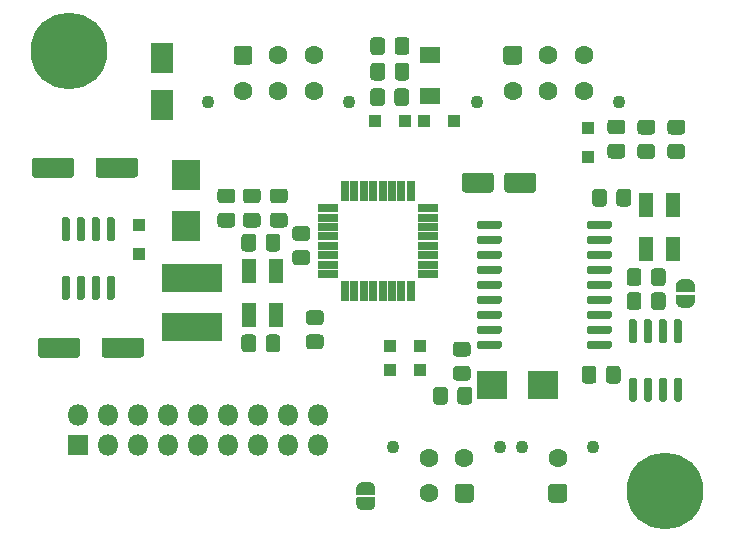
<source format=gbr>
%TF.GenerationSoftware,KiCad,Pcbnew,(5.1.6-0-10_14)*%
%TF.CreationDate,2021-03-12T18:27:13+01:00*%
%TF.ProjectId,CAN_Display,43414e5f-4469-4737-906c-61792e6b6963,rev?*%
%TF.SameCoordinates,Original*%
%TF.FileFunction,Soldermask,Top*%
%TF.FilePolarity,Negative*%
%FSLAX46Y46*%
G04 Gerber Fmt 4.6, Leading zero omitted, Abs format (unit mm)*
G04 Created by KiCad (PCBNEW (5.1.6-0-10_14)) date 2021-03-12 18:27:13*
%MOMM*%
%LPD*%
G01*
G04 APERTURE LIST*
%ADD10R,2.600000X2.400000*%
%ADD11R,1.900000X2.600000*%
%ADD12O,1.800000X1.800000*%
%ADD13R,1.800000X1.800000*%
%ADD14C,1.600000*%
%ADD15C,1.100000*%
%ADD16R,1.100000X1.100000*%
%ADD17R,1.200000X2.000000*%
%ADD18C,0.100000*%
%ADD19R,1.800000X1.400000*%
%ADD20R,5.200000X2.450000*%
%ADD21R,2.400000X2.600000*%
%ADD22C,0.900000*%
%ADD23C,6.500000*%
%ADD24R,0.650000X1.700000*%
%ADD25R,1.700000X0.650000*%
G04 APERTURE END LIST*
%TO.C,U2*%
G36*
G01*
X167494000Y-105616000D02*
X167494000Y-105966000D01*
G75*
G02*
X167319000Y-106141000I-175000J0D01*
G01*
X165519000Y-106141000D01*
G75*
G02*
X165344000Y-105966000I0J175000D01*
G01*
X165344000Y-105616000D01*
G75*
G02*
X165519000Y-105441000I175000J0D01*
G01*
X167319000Y-105441000D01*
G75*
G02*
X167494000Y-105616000I0J-175000D01*
G01*
G37*
G36*
G01*
X167494000Y-104346000D02*
X167494000Y-104696000D01*
G75*
G02*
X167319000Y-104871000I-175000J0D01*
G01*
X165519000Y-104871000D01*
G75*
G02*
X165344000Y-104696000I0J175000D01*
G01*
X165344000Y-104346000D01*
G75*
G02*
X165519000Y-104171000I175000J0D01*
G01*
X167319000Y-104171000D01*
G75*
G02*
X167494000Y-104346000I0J-175000D01*
G01*
G37*
G36*
G01*
X167494000Y-103076000D02*
X167494000Y-103426000D01*
G75*
G02*
X167319000Y-103601000I-175000J0D01*
G01*
X165519000Y-103601000D01*
G75*
G02*
X165344000Y-103426000I0J175000D01*
G01*
X165344000Y-103076000D01*
G75*
G02*
X165519000Y-102901000I175000J0D01*
G01*
X167319000Y-102901000D01*
G75*
G02*
X167494000Y-103076000I0J-175000D01*
G01*
G37*
G36*
G01*
X167494000Y-101806000D02*
X167494000Y-102156000D01*
G75*
G02*
X167319000Y-102331000I-175000J0D01*
G01*
X165519000Y-102331000D01*
G75*
G02*
X165344000Y-102156000I0J175000D01*
G01*
X165344000Y-101806000D01*
G75*
G02*
X165519000Y-101631000I175000J0D01*
G01*
X167319000Y-101631000D01*
G75*
G02*
X167494000Y-101806000I0J-175000D01*
G01*
G37*
G36*
G01*
X167494000Y-100536000D02*
X167494000Y-100886000D01*
G75*
G02*
X167319000Y-101061000I-175000J0D01*
G01*
X165519000Y-101061000D01*
G75*
G02*
X165344000Y-100886000I0J175000D01*
G01*
X165344000Y-100536000D01*
G75*
G02*
X165519000Y-100361000I175000J0D01*
G01*
X167319000Y-100361000D01*
G75*
G02*
X167494000Y-100536000I0J-175000D01*
G01*
G37*
G36*
G01*
X167494000Y-99266000D02*
X167494000Y-99616000D01*
G75*
G02*
X167319000Y-99791000I-175000J0D01*
G01*
X165519000Y-99791000D01*
G75*
G02*
X165344000Y-99616000I0J175000D01*
G01*
X165344000Y-99266000D01*
G75*
G02*
X165519000Y-99091000I175000J0D01*
G01*
X167319000Y-99091000D01*
G75*
G02*
X167494000Y-99266000I0J-175000D01*
G01*
G37*
G36*
G01*
X167494000Y-97996000D02*
X167494000Y-98346000D01*
G75*
G02*
X167319000Y-98521000I-175000J0D01*
G01*
X165519000Y-98521000D01*
G75*
G02*
X165344000Y-98346000I0J175000D01*
G01*
X165344000Y-97996000D01*
G75*
G02*
X165519000Y-97821000I175000J0D01*
G01*
X167319000Y-97821000D01*
G75*
G02*
X167494000Y-97996000I0J-175000D01*
G01*
G37*
G36*
G01*
X167494000Y-96726000D02*
X167494000Y-97076000D01*
G75*
G02*
X167319000Y-97251000I-175000J0D01*
G01*
X165519000Y-97251000D01*
G75*
G02*
X165344000Y-97076000I0J175000D01*
G01*
X165344000Y-96726000D01*
G75*
G02*
X165519000Y-96551000I175000J0D01*
G01*
X167319000Y-96551000D01*
G75*
G02*
X167494000Y-96726000I0J-175000D01*
G01*
G37*
G36*
G01*
X167494000Y-95456000D02*
X167494000Y-95806000D01*
G75*
G02*
X167319000Y-95981000I-175000J0D01*
G01*
X165519000Y-95981000D01*
G75*
G02*
X165344000Y-95806000I0J175000D01*
G01*
X165344000Y-95456000D01*
G75*
G02*
X165519000Y-95281000I175000J0D01*
G01*
X167319000Y-95281000D01*
G75*
G02*
X167494000Y-95456000I0J-175000D01*
G01*
G37*
G36*
G01*
X176794000Y-95456000D02*
X176794000Y-95806000D01*
G75*
G02*
X176619000Y-95981000I-175000J0D01*
G01*
X174819000Y-95981000D01*
G75*
G02*
X174644000Y-95806000I0J175000D01*
G01*
X174644000Y-95456000D01*
G75*
G02*
X174819000Y-95281000I175000J0D01*
G01*
X176619000Y-95281000D01*
G75*
G02*
X176794000Y-95456000I0J-175000D01*
G01*
G37*
G36*
G01*
X176794000Y-96726000D02*
X176794000Y-97076000D01*
G75*
G02*
X176619000Y-97251000I-175000J0D01*
G01*
X174819000Y-97251000D01*
G75*
G02*
X174644000Y-97076000I0J175000D01*
G01*
X174644000Y-96726000D01*
G75*
G02*
X174819000Y-96551000I175000J0D01*
G01*
X176619000Y-96551000D01*
G75*
G02*
X176794000Y-96726000I0J-175000D01*
G01*
G37*
G36*
G01*
X176794000Y-97996000D02*
X176794000Y-98346000D01*
G75*
G02*
X176619000Y-98521000I-175000J0D01*
G01*
X174819000Y-98521000D01*
G75*
G02*
X174644000Y-98346000I0J175000D01*
G01*
X174644000Y-97996000D01*
G75*
G02*
X174819000Y-97821000I175000J0D01*
G01*
X176619000Y-97821000D01*
G75*
G02*
X176794000Y-97996000I0J-175000D01*
G01*
G37*
G36*
G01*
X176794000Y-99266000D02*
X176794000Y-99616000D01*
G75*
G02*
X176619000Y-99791000I-175000J0D01*
G01*
X174819000Y-99791000D01*
G75*
G02*
X174644000Y-99616000I0J175000D01*
G01*
X174644000Y-99266000D01*
G75*
G02*
X174819000Y-99091000I175000J0D01*
G01*
X176619000Y-99091000D01*
G75*
G02*
X176794000Y-99266000I0J-175000D01*
G01*
G37*
G36*
G01*
X176794000Y-100536000D02*
X176794000Y-100886000D01*
G75*
G02*
X176619000Y-101061000I-175000J0D01*
G01*
X174819000Y-101061000D01*
G75*
G02*
X174644000Y-100886000I0J175000D01*
G01*
X174644000Y-100536000D01*
G75*
G02*
X174819000Y-100361000I175000J0D01*
G01*
X176619000Y-100361000D01*
G75*
G02*
X176794000Y-100536000I0J-175000D01*
G01*
G37*
G36*
G01*
X176794000Y-101806000D02*
X176794000Y-102156000D01*
G75*
G02*
X176619000Y-102331000I-175000J0D01*
G01*
X174819000Y-102331000D01*
G75*
G02*
X174644000Y-102156000I0J175000D01*
G01*
X174644000Y-101806000D01*
G75*
G02*
X174819000Y-101631000I175000J0D01*
G01*
X176619000Y-101631000D01*
G75*
G02*
X176794000Y-101806000I0J-175000D01*
G01*
G37*
G36*
G01*
X176794000Y-103076000D02*
X176794000Y-103426000D01*
G75*
G02*
X176619000Y-103601000I-175000J0D01*
G01*
X174819000Y-103601000D01*
G75*
G02*
X174644000Y-103426000I0J175000D01*
G01*
X174644000Y-103076000D01*
G75*
G02*
X174819000Y-102901000I175000J0D01*
G01*
X176619000Y-102901000D01*
G75*
G02*
X176794000Y-103076000I0J-175000D01*
G01*
G37*
G36*
G01*
X176794000Y-104346000D02*
X176794000Y-104696000D01*
G75*
G02*
X176619000Y-104871000I-175000J0D01*
G01*
X174819000Y-104871000D01*
G75*
G02*
X174644000Y-104696000I0J175000D01*
G01*
X174644000Y-104346000D01*
G75*
G02*
X174819000Y-104171000I175000J0D01*
G01*
X176619000Y-104171000D01*
G75*
G02*
X176794000Y-104346000I0J-175000D01*
G01*
G37*
G36*
G01*
X176794000Y-105616000D02*
X176794000Y-105966000D01*
G75*
G02*
X176619000Y-106141000I-175000J0D01*
G01*
X174819000Y-106141000D01*
G75*
G02*
X174644000Y-105966000I0J175000D01*
G01*
X174644000Y-105616000D01*
G75*
G02*
X174819000Y-105441000I175000J0D01*
G01*
X176619000Y-105441000D01*
G75*
G02*
X176794000Y-105616000I0J-175000D01*
G01*
G37*
%TD*%
D10*
%TO.C,D10*%
X166642000Y-109220000D03*
X170942000Y-109220000D03*
%TD*%
D11*
%TO.C,D4*%
X138684000Y-81534000D03*
X138684000Y-85534000D03*
%TD*%
D12*
%TO.C,J1*%
X151892000Y-111760000D03*
X151892000Y-114300000D03*
X149352000Y-111760000D03*
X149352000Y-114300000D03*
X146812000Y-111760000D03*
X146812000Y-114300000D03*
X144272000Y-111760000D03*
X144272000Y-114300000D03*
X141732000Y-111760000D03*
X141732000Y-114300000D03*
X139192000Y-111760000D03*
X139192000Y-114300000D03*
X136652000Y-111760000D03*
X136652000Y-114300000D03*
X134112000Y-111760000D03*
X134112000Y-114300000D03*
X131572000Y-111760000D03*
D13*
X131572000Y-114300000D03*
%TD*%
D14*
%TO.C,J2*%
X174402000Y-84280000D03*
X171402000Y-84280000D03*
X168402000Y-84280000D03*
X174402000Y-81280000D03*
X171402000Y-81280000D03*
G36*
G01*
X167602000Y-81813333D02*
X167602000Y-80746667D01*
G75*
G02*
X167868667Y-80480000I266667J0D01*
G01*
X168935333Y-80480000D01*
G75*
G02*
X169202000Y-80746667I0J-266667D01*
G01*
X169202000Y-81813333D01*
G75*
G02*
X168935333Y-82080000I-266667J0D01*
G01*
X167868667Y-82080000D01*
G75*
G02*
X167602000Y-81813333I0J266667D01*
G01*
G37*
D15*
X177402000Y-85220000D03*
X165402000Y-85220000D03*
%TD*%
D14*
%TO.C,J5*%
X172212000Y-115364000D03*
G36*
G01*
X173012000Y-117830667D02*
X173012000Y-118897333D01*
G75*
G02*
X172745333Y-119164000I-266667J0D01*
G01*
X171678667Y-119164000D01*
G75*
G02*
X171412000Y-118897333I0J266667D01*
G01*
X171412000Y-117830667D01*
G75*
G02*
X171678667Y-117564000I266667J0D01*
G01*
X172745333Y-117564000D01*
G75*
G02*
X173012000Y-117830667I0J-266667D01*
G01*
G37*
D15*
X169212000Y-114424000D03*
X175212000Y-114424000D03*
%TD*%
D16*
%TO.C,D9*%
X160528000Y-107950000D03*
X158028000Y-107950000D03*
%TD*%
%TO.C,D8*%
X160528000Y-105918000D03*
X158028000Y-105918000D03*
%TD*%
%TO.C,D7*%
X156758000Y-86868000D03*
X159258000Y-86868000D03*
%TD*%
%TO.C,D5*%
X160909000Y-86868000D03*
X163409000Y-86868000D03*
%TD*%
%TO.C,D3*%
X174752000Y-89916000D03*
X174752000Y-87416000D03*
%TD*%
%TO.C,D2*%
X136779000Y-95631000D03*
X136779000Y-98131000D03*
%TD*%
D17*
%TO.C,Y2*%
X181991000Y-93980000D03*
X181991000Y-97680000D03*
X179691000Y-97680000D03*
X179691000Y-93980000D03*
%TD*%
%TO.C,Y1*%
X148336000Y-99568000D03*
X148336000Y-103268000D03*
X146036000Y-103268000D03*
X146036000Y-99568000D03*
%TD*%
D18*
%TO.C,JP2*%
G36*
X156755398Y-119274111D02*
G01*
X156755398Y-119292534D01*
X156755157Y-119297435D01*
X156750347Y-119346266D01*
X156749627Y-119351119D01*
X156740055Y-119399244D01*
X156738863Y-119404005D01*
X156724619Y-119450960D01*
X156722966Y-119455579D01*
X156704189Y-119500912D01*
X156702091Y-119505349D01*
X156678960Y-119548622D01*
X156676438Y-119552829D01*
X156649178Y-119593628D01*
X156646254Y-119597570D01*
X156615126Y-119635499D01*
X156611831Y-119639134D01*
X156577134Y-119673831D01*
X156573499Y-119677126D01*
X156535570Y-119708254D01*
X156531628Y-119711178D01*
X156490829Y-119738438D01*
X156486622Y-119740960D01*
X156443349Y-119764091D01*
X156438912Y-119766189D01*
X156393579Y-119784966D01*
X156388960Y-119786619D01*
X156342005Y-119800863D01*
X156337244Y-119802055D01*
X156289119Y-119811627D01*
X156284266Y-119812347D01*
X156235435Y-119817157D01*
X156230534Y-119817398D01*
X156212111Y-119817398D01*
X156206000Y-119818000D01*
X155706000Y-119818000D01*
X155699889Y-119817398D01*
X155681466Y-119817398D01*
X155676565Y-119817157D01*
X155627734Y-119812347D01*
X155622881Y-119811627D01*
X155574756Y-119802055D01*
X155569995Y-119800863D01*
X155523040Y-119786619D01*
X155518421Y-119784966D01*
X155473088Y-119766189D01*
X155468651Y-119764091D01*
X155425378Y-119740960D01*
X155421171Y-119738438D01*
X155380372Y-119711178D01*
X155376430Y-119708254D01*
X155338501Y-119677126D01*
X155334866Y-119673831D01*
X155300169Y-119639134D01*
X155296874Y-119635499D01*
X155265746Y-119597570D01*
X155262822Y-119593628D01*
X155235562Y-119552829D01*
X155233040Y-119548622D01*
X155209909Y-119505349D01*
X155207811Y-119500912D01*
X155189034Y-119455579D01*
X155187381Y-119450960D01*
X155173137Y-119404005D01*
X155171945Y-119399244D01*
X155162373Y-119351119D01*
X155161653Y-119346266D01*
X155156843Y-119297435D01*
X155156602Y-119292534D01*
X155156602Y-119274111D01*
X155156000Y-119268000D01*
X155156000Y-118768000D01*
X155156961Y-118758245D01*
X155159806Y-118748866D01*
X155164427Y-118740221D01*
X155170645Y-118732645D01*
X155178221Y-118726427D01*
X155186866Y-118721806D01*
X155196245Y-118718961D01*
X155206000Y-118718000D01*
X156706000Y-118718000D01*
X156715755Y-118718961D01*
X156725134Y-118721806D01*
X156733779Y-118726427D01*
X156741355Y-118732645D01*
X156747573Y-118740221D01*
X156752194Y-118748866D01*
X156755039Y-118758245D01*
X156756000Y-118768000D01*
X156756000Y-119268000D01*
X156755398Y-119274111D01*
G37*
G36*
X156755039Y-118477755D02*
G01*
X156752194Y-118487134D01*
X156747573Y-118495779D01*
X156741355Y-118503355D01*
X156733779Y-118509573D01*
X156725134Y-118514194D01*
X156715755Y-118517039D01*
X156706000Y-118518000D01*
X155206000Y-118518000D01*
X155196245Y-118517039D01*
X155186866Y-118514194D01*
X155178221Y-118509573D01*
X155170645Y-118503355D01*
X155164427Y-118495779D01*
X155159806Y-118487134D01*
X155156961Y-118477755D01*
X155156000Y-118468000D01*
X155156000Y-117968000D01*
X155156602Y-117961889D01*
X155156602Y-117943466D01*
X155156843Y-117938565D01*
X155161653Y-117889734D01*
X155162373Y-117884881D01*
X155171945Y-117836756D01*
X155173137Y-117831995D01*
X155187381Y-117785040D01*
X155189034Y-117780421D01*
X155207811Y-117735088D01*
X155209909Y-117730651D01*
X155233040Y-117687378D01*
X155235562Y-117683171D01*
X155262822Y-117642372D01*
X155265746Y-117638430D01*
X155296874Y-117600501D01*
X155300169Y-117596866D01*
X155334866Y-117562169D01*
X155338501Y-117558874D01*
X155376430Y-117527746D01*
X155380372Y-117524822D01*
X155421171Y-117497562D01*
X155425378Y-117495040D01*
X155468651Y-117471909D01*
X155473088Y-117469811D01*
X155518421Y-117451034D01*
X155523040Y-117449381D01*
X155569995Y-117435137D01*
X155574756Y-117433945D01*
X155622881Y-117424373D01*
X155627734Y-117423653D01*
X155676565Y-117418843D01*
X155681466Y-117418602D01*
X155699889Y-117418602D01*
X155706000Y-117418000D01*
X156206000Y-117418000D01*
X156212111Y-117418602D01*
X156230534Y-117418602D01*
X156235435Y-117418843D01*
X156284266Y-117423653D01*
X156289119Y-117424373D01*
X156337244Y-117433945D01*
X156342005Y-117435137D01*
X156388960Y-117449381D01*
X156393579Y-117451034D01*
X156438912Y-117469811D01*
X156443349Y-117471909D01*
X156486622Y-117495040D01*
X156490829Y-117497562D01*
X156531628Y-117524822D01*
X156535570Y-117527746D01*
X156573499Y-117558874D01*
X156577134Y-117562169D01*
X156611831Y-117596866D01*
X156615126Y-117600501D01*
X156646254Y-117638430D01*
X156649178Y-117642372D01*
X156676438Y-117683171D01*
X156678960Y-117687378D01*
X156702091Y-117730651D01*
X156704189Y-117735088D01*
X156722966Y-117780421D01*
X156724619Y-117785040D01*
X156738863Y-117831995D01*
X156740055Y-117836756D01*
X156749627Y-117884881D01*
X156750347Y-117889734D01*
X156755157Y-117938565D01*
X156755398Y-117943466D01*
X156755398Y-117961889D01*
X156756000Y-117968000D01*
X156756000Y-118468000D01*
X156755039Y-118477755D01*
G37*
%TD*%
D14*
%TO.C,J4*%
X151559000Y-84280000D03*
X148559000Y-84280000D03*
X145559000Y-84280000D03*
X151559000Y-81280000D03*
X148559000Y-81280000D03*
G36*
G01*
X144759000Y-81813333D02*
X144759000Y-80746667D01*
G75*
G02*
X145025667Y-80480000I266667J0D01*
G01*
X146092333Y-80480000D01*
G75*
G02*
X146359000Y-80746667I0J-266667D01*
G01*
X146359000Y-81813333D01*
G75*
G02*
X146092333Y-82080000I-266667J0D01*
G01*
X145025667Y-82080000D01*
G75*
G02*
X144759000Y-81813333I0J266667D01*
G01*
G37*
D15*
X154559000Y-85220000D03*
X142559000Y-85220000D03*
%TD*%
%TO.C,R8*%
G36*
G01*
X157597000Y-82198738D02*
X157597000Y-83155262D01*
G75*
G02*
X157325262Y-83427000I-271738J0D01*
G01*
X156618738Y-83427000D01*
G75*
G02*
X156347000Y-83155262I0J271738D01*
G01*
X156347000Y-82198738D01*
G75*
G02*
X156618738Y-81927000I271738J0D01*
G01*
X157325262Y-81927000D01*
G75*
G02*
X157597000Y-82198738I0J-271738D01*
G01*
G37*
G36*
G01*
X159647000Y-82198738D02*
X159647000Y-83155262D01*
G75*
G02*
X159375262Y-83427000I-271738J0D01*
G01*
X158668738Y-83427000D01*
G75*
G02*
X158397000Y-83155262I0J271738D01*
G01*
X158397000Y-82198738D01*
G75*
G02*
X158668738Y-81927000I271738J0D01*
G01*
X159375262Y-81927000D01*
G75*
G02*
X159647000Y-82198738I0J-271738D01*
G01*
G37*
%TD*%
%TO.C,R7*%
G36*
G01*
X157597000Y-80039738D02*
X157597000Y-80996262D01*
G75*
G02*
X157325262Y-81268000I-271738J0D01*
G01*
X156618738Y-81268000D01*
G75*
G02*
X156347000Y-80996262I0J271738D01*
G01*
X156347000Y-80039738D01*
G75*
G02*
X156618738Y-79768000I271738J0D01*
G01*
X157325262Y-79768000D01*
G75*
G02*
X157597000Y-80039738I0J-271738D01*
G01*
G37*
G36*
G01*
X159647000Y-80039738D02*
X159647000Y-80996262D01*
G75*
G02*
X159375262Y-81268000I-271738J0D01*
G01*
X158668738Y-81268000D01*
G75*
G02*
X158397000Y-80996262I0J271738D01*
G01*
X158397000Y-80039738D01*
G75*
G02*
X158668738Y-79768000I271738J0D01*
G01*
X159375262Y-79768000D01*
G75*
G02*
X159647000Y-80039738I0J-271738D01*
G01*
G37*
%TD*%
D19*
%TO.C,D6*%
X161417000Y-81280000D03*
X161417000Y-84780000D03*
%TD*%
%TO.C,C15*%
G36*
G01*
X167687000Y-92659375D02*
X167687000Y-91490625D01*
G75*
G02*
X167952625Y-91225000I265625J0D01*
G01*
X170121375Y-91225000D01*
G75*
G02*
X170387000Y-91490625I0J-265625D01*
G01*
X170387000Y-92659375D01*
G75*
G02*
X170121375Y-92925000I-265625J0D01*
G01*
X167952625Y-92925000D01*
G75*
G02*
X167687000Y-92659375I0J265625D01*
G01*
G37*
G36*
G01*
X164087000Y-92659375D02*
X164087000Y-91490625D01*
G75*
G02*
X164352625Y-91225000I265625J0D01*
G01*
X166521375Y-91225000D01*
G75*
G02*
X166787000Y-91490625I0J-265625D01*
G01*
X166787000Y-92659375D01*
G75*
G02*
X166521375Y-92925000I-265625J0D01*
G01*
X164352625Y-92925000D01*
G75*
G02*
X164087000Y-92659375I0J265625D01*
G01*
G37*
%TD*%
%TO.C,C13*%
G36*
G01*
X157579000Y-84357738D02*
X157579000Y-85314262D01*
G75*
G02*
X157307262Y-85586000I-271738J0D01*
G01*
X156600738Y-85586000D01*
G75*
G02*
X156329000Y-85314262I0J271738D01*
G01*
X156329000Y-84357738D01*
G75*
G02*
X156600738Y-84086000I271738J0D01*
G01*
X157307262Y-84086000D01*
G75*
G02*
X157579000Y-84357738I0J-271738D01*
G01*
G37*
G36*
G01*
X159629000Y-84357738D02*
X159629000Y-85314262D01*
G75*
G02*
X159357262Y-85586000I-271738J0D01*
G01*
X158650738Y-85586000D01*
G75*
G02*
X158379000Y-85314262I0J271738D01*
G01*
X158379000Y-84357738D01*
G75*
G02*
X158650738Y-84086000I271738J0D01*
G01*
X159357262Y-84086000D01*
G75*
G02*
X159629000Y-84357738I0J-271738D01*
G01*
G37*
%TD*%
%TO.C,U4*%
G36*
G01*
X134191000Y-99940000D02*
X134541000Y-99940000D01*
G75*
G02*
X134716000Y-100115000I0J-175000D01*
G01*
X134716000Y-101815000D01*
G75*
G02*
X134541000Y-101990000I-175000J0D01*
G01*
X134191000Y-101990000D01*
G75*
G02*
X134016000Y-101815000I0J175000D01*
G01*
X134016000Y-100115000D01*
G75*
G02*
X134191000Y-99940000I175000J0D01*
G01*
G37*
G36*
G01*
X132921000Y-99940000D02*
X133271000Y-99940000D01*
G75*
G02*
X133446000Y-100115000I0J-175000D01*
G01*
X133446000Y-101815000D01*
G75*
G02*
X133271000Y-101990000I-175000J0D01*
G01*
X132921000Y-101990000D01*
G75*
G02*
X132746000Y-101815000I0J175000D01*
G01*
X132746000Y-100115000D01*
G75*
G02*
X132921000Y-99940000I175000J0D01*
G01*
G37*
G36*
G01*
X131651000Y-99940000D02*
X132001000Y-99940000D01*
G75*
G02*
X132176000Y-100115000I0J-175000D01*
G01*
X132176000Y-101815000D01*
G75*
G02*
X132001000Y-101990000I-175000J0D01*
G01*
X131651000Y-101990000D01*
G75*
G02*
X131476000Y-101815000I0J175000D01*
G01*
X131476000Y-100115000D01*
G75*
G02*
X131651000Y-99940000I175000J0D01*
G01*
G37*
G36*
G01*
X130381000Y-99940000D02*
X130731000Y-99940000D01*
G75*
G02*
X130906000Y-100115000I0J-175000D01*
G01*
X130906000Y-101815000D01*
G75*
G02*
X130731000Y-101990000I-175000J0D01*
G01*
X130381000Y-101990000D01*
G75*
G02*
X130206000Y-101815000I0J175000D01*
G01*
X130206000Y-100115000D01*
G75*
G02*
X130381000Y-99940000I175000J0D01*
G01*
G37*
G36*
G01*
X130381000Y-94990000D02*
X130731000Y-94990000D01*
G75*
G02*
X130906000Y-95165000I0J-175000D01*
G01*
X130906000Y-96865000D01*
G75*
G02*
X130731000Y-97040000I-175000J0D01*
G01*
X130381000Y-97040000D01*
G75*
G02*
X130206000Y-96865000I0J175000D01*
G01*
X130206000Y-95165000D01*
G75*
G02*
X130381000Y-94990000I175000J0D01*
G01*
G37*
G36*
G01*
X131651000Y-94990000D02*
X132001000Y-94990000D01*
G75*
G02*
X132176000Y-95165000I0J-175000D01*
G01*
X132176000Y-96865000D01*
G75*
G02*
X132001000Y-97040000I-175000J0D01*
G01*
X131651000Y-97040000D01*
G75*
G02*
X131476000Y-96865000I0J175000D01*
G01*
X131476000Y-95165000D01*
G75*
G02*
X131651000Y-94990000I175000J0D01*
G01*
G37*
G36*
G01*
X132921000Y-94990000D02*
X133271000Y-94990000D01*
G75*
G02*
X133446000Y-95165000I0J-175000D01*
G01*
X133446000Y-96865000D01*
G75*
G02*
X133271000Y-97040000I-175000J0D01*
G01*
X132921000Y-97040000D01*
G75*
G02*
X132746000Y-96865000I0J175000D01*
G01*
X132746000Y-95165000D01*
G75*
G02*
X132921000Y-94990000I175000J0D01*
G01*
G37*
G36*
G01*
X134191000Y-94990000D02*
X134541000Y-94990000D01*
G75*
G02*
X134716000Y-95165000I0J-175000D01*
G01*
X134716000Y-96865000D01*
G75*
G02*
X134541000Y-97040000I-175000J0D01*
G01*
X134191000Y-97040000D01*
G75*
G02*
X134016000Y-96865000I0J175000D01*
G01*
X134016000Y-95165000D01*
G75*
G02*
X134191000Y-94990000I175000J0D01*
G01*
G37*
%TD*%
D20*
%TO.C,L1*%
X141224000Y-104267000D03*
X141224000Y-100117000D03*
%TD*%
D21*
%TO.C,D1*%
X140716000Y-95758000D03*
X140716000Y-91458000D03*
%TD*%
%TO.C,C10*%
G36*
G01*
X131782000Y-105460625D02*
X131782000Y-106629375D01*
G75*
G02*
X131516375Y-106895000I-265625J0D01*
G01*
X128447625Y-106895000D01*
G75*
G02*
X128182000Y-106629375I0J265625D01*
G01*
X128182000Y-105460625D01*
G75*
G02*
X128447625Y-105195000I265625J0D01*
G01*
X131516375Y-105195000D01*
G75*
G02*
X131782000Y-105460625I0J-265625D01*
G01*
G37*
G36*
G01*
X137182000Y-105460625D02*
X137182000Y-106629375D01*
G75*
G02*
X136916375Y-106895000I-265625J0D01*
G01*
X133847625Y-106895000D01*
G75*
G02*
X133582000Y-106629375I0J265625D01*
G01*
X133582000Y-105460625D01*
G75*
G02*
X133847625Y-105195000I265625J0D01*
G01*
X136916375Y-105195000D01*
G75*
G02*
X137182000Y-105460625I0J-265625D01*
G01*
G37*
%TD*%
%TO.C,C9*%
G36*
G01*
X131274000Y-90220625D02*
X131274000Y-91389375D01*
G75*
G02*
X131008375Y-91655000I-265625J0D01*
G01*
X127939625Y-91655000D01*
G75*
G02*
X127674000Y-91389375I0J265625D01*
G01*
X127674000Y-90220625D01*
G75*
G02*
X127939625Y-89955000I265625J0D01*
G01*
X131008375Y-89955000D01*
G75*
G02*
X131274000Y-90220625I0J-265625D01*
G01*
G37*
G36*
G01*
X136674000Y-90220625D02*
X136674000Y-91389375D01*
G75*
G02*
X136408375Y-91655000I-265625J0D01*
G01*
X133339625Y-91655000D01*
G75*
G02*
X133074000Y-91389375I0J265625D01*
G01*
X133074000Y-90220625D01*
G75*
G02*
X133339625Y-89955000I265625J0D01*
G01*
X136408375Y-89955000D01*
G75*
G02*
X136674000Y-90220625I0J-265625D01*
G01*
G37*
%TD*%
%TO.C,C12*%
G36*
G01*
X176686738Y-88783000D02*
X177643262Y-88783000D01*
G75*
G02*
X177915000Y-89054738I0J-271738D01*
G01*
X177915000Y-89761262D01*
G75*
G02*
X177643262Y-90033000I-271738J0D01*
G01*
X176686738Y-90033000D01*
G75*
G02*
X176415000Y-89761262I0J271738D01*
G01*
X176415000Y-89054738D01*
G75*
G02*
X176686738Y-88783000I271738J0D01*
G01*
G37*
G36*
G01*
X176686738Y-86733000D02*
X177643262Y-86733000D01*
G75*
G02*
X177915000Y-87004738I0J-271738D01*
G01*
X177915000Y-87711262D01*
G75*
G02*
X177643262Y-87983000I-271738J0D01*
G01*
X176686738Y-87983000D01*
G75*
G02*
X176415000Y-87711262I0J271738D01*
G01*
X176415000Y-87004738D01*
G75*
G02*
X176686738Y-86733000I271738J0D01*
G01*
G37*
%TD*%
%TO.C,R6*%
G36*
G01*
X143666738Y-94625000D02*
X144623262Y-94625000D01*
G75*
G02*
X144895000Y-94896738I0J-271738D01*
G01*
X144895000Y-95603262D01*
G75*
G02*
X144623262Y-95875000I-271738J0D01*
G01*
X143666738Y-95875000D01*
G75*
G02*
X143395000Y-95603262I0J271738D01*
G01*
X143395000Y-94896738D01*
G75*
G02*
X143666738Y-94625000I271738J0D01*
G01*
G37*
G36*
G01*
X143666738Y-92575000D02*
X144623262Y-92575000D01*
G75*
G02*
X144895000Y-92846738I0J-271738D01*
G01*
X144895000Y-93553262D01*
G75*
G02*
X144623262Y-93825000I-271738J0D01*
G01*
X143666738Y-93825000D01*
G75*
G02*
X143395000Y-93553262I0J271738D01*
G01*
X143395000Y-92846738D01*
G75*
G02*
X143666738Y-92575000I271738J0D01*
G01*
G37*
%TD*%
%TO.C,R5*%
G36*
G01*
X148111738Y-94625000D02*
X149068262Y-94625000D01*
G75*
G02*
X149340000Y-94896738I0J-271738D01*
G01*
X149340000Y-95603262D01*
G75*
G02*
X149068262Y-95875000I-271738J0D01*
G01*
X148111738Y-95875000D01*
G75*
G02*
X147840000Y-95603262I0J271738D01*
G01*
X147840000Y-94896738D01*
G75*
G02*
X148111738Y-94625000I271738J0D01*
G01*
G37*
G36*
G01*
X148111738Y-92575000D02*
X149068262Y-92575000D01*
G75*
G02*
X149340000Y-92846738I0J-271738D01*
G01*
X149340000Y-93553262D01*
G75*
G02*
X149068262Y-93825000I-271738J0D01*
G01*
X148111738Y-93825000D01*
G75*
G02*
X147840000Y-93553262I0J271738D01*
G01*
X147840000Y-92846738D01*
G75*
G02*
X148111738Y-92575000I271738J0D01*
G01*
G37*
%TD*%
%TO.C,C11*%
G36*
G01*
X146782262Y-93825000D02*
X145825738Y-93825000D01*
G75*
G02*
X145554000Y-93553262I0J271738D01*
G01*
X145554000Y-92846738D01*
G75*
G02*
X145825738Y-92575000I271738J0D01*
G01*
X146782262Y-92575000D01*
G75*
G02*
X147054000Y-92846738I0J-271738D01*
G01*
X147054000Y-93553262D01*
G75*
G02*
X146782262Y-93825000I-271738J0D01*
G01*
G37*
G36*
G01*
X146782262Y-95875000D02*
X145825738Y-95875000D01*
G75*
G02*
X145554000Y-95603262I0J271738D01*
G01*
X145554000Y-94896738D01*
G75*
G02*
X145825738Y-94625000I271738J0D01*
G01*
X146782262Y-94625000D01*
G75*
G02*
X147054000Y-94896738I0J-271738D01*
G01*
X147054000Y-95603262D01*
G75*
G02*
X146782262Y-95875000I-271738J0D01*
G01*
G37*
%TD*%
D22*
%TO.C,H2*%
X182972112Y-116459000D03*
X181275056Y-115756056D03*
X179578000Y-116459000D03*
X178875056Y-118156056D03*
X179578000Y-119853112D03*
X181275056Y-120556056D03*
X182972112Y-119853112D03*
X183675056Y-118156056D03*
D23*
X181275056Y-118156056D03*
%TD*%
D22*
%TO.C,H1*%
X132507056Y-79201944D03*
X130810000Y-78499000D03*
X129112944Y-79201944D03*
X128410000Y-80899000D03*
X129112944Y-82596056D03*
X130810000Y-83299000D03*
X132507056Y-82596056D03*
X133210000Y-80899000D03*
D23*
X130810000Y-80899000D03*
%TD*%
%TO.C,U3*%
G36*
G01*
X182197000Y-108573000D02*
X182547000Y-108573000D01*
G75*
G02*
X182722000Y-108748000I0J-175000D01*
G01*
X182722000Y-110448000D01*
G75*
G02*
X182547000Y-110623000I-175000J0D01*
G01*
X182197000Y-110623000D01*
G75*
G02*
X182022000Y-110448000I0J175000D01*
G01*
X182022000Y-108748000D01*
G75*
G02*
X182197000Y-108573000I175000J0D01*
G01*
G37*
G36*
G01*
X180927000Y-108573000D02*
X181277000Y-108573000D01*
G75*
G02*
X181452000Y-108748000I0J-175000D01*
G01*
X181452000Y-110448000D01*
G75*
G02*
X181277000Y-110623000I-175000J0D01*
G01*
X180927000Y-110623000D01*
G75*
G02*
X180752000Y-110448000I0J175000D01*
G01*
X180752000Y-108748000D01*
G75*
G02*
X180927000Y-108573000I175000J0D01*
G01*
G37*
G36*
G01*
X179657000Y-108573000D02*
X180007000Y-108573000D01*
G75*
G02*
X180182000Y-108748000I0J-175000D01*
G01*
X180182000Y-110448000D01*
G75*
G02*
X180007000Y-110623000I-175000J0D01*
G01*
X179657000Y-110623000D01*
G75*
G02*
X179482000Y-110448000I0J175000D01*
G01*
X179482000Y-108748000D01*
G75*
G02*
X179657000Y-108573000I175000J0D01*
G01*
G37*
G36*
G01*
X178387000Y-108573000D02*
X178737000Y-108573000D01*
G75*
G02*
X178912000Y-108748000I0J-175000D01*
G01*
X178912000Y-110448000D01*
G75*
G02*
X178737000Y-110623000I-175000J0D01*
G01*
X178387000Y-110623000D01*
G75*
G02*
X178212000Y-110448000I0J175000D01*
G01*
X178212000Y-108748000D01*
G75*
G02*
X178387000Y-108573000I175000J0D01*
G01*
G37*
G36*
G01*
X178387000Y-103623000D02*
X178737000Y-103623000D01*
G75*
G02*
X178912000Y-103798000I0J-175000D01*
G01*
X178912000Y-105498000D01*
G75*
G02*
X178737000Y-105673000I-175000J0D01*
G01*
X178387000Y-105673000D01*
G75*
G02*
X178212000Y-105498000I0J175000D01*
G01*
X178212000Y-103798000D01*
G75*
G02*
X178387000Y-103623000I175000J0D01*
G01*
G37*
G36*
G01*
X179657000Y-103623000D02*
X180007000Y-103623000D01*
G75*
G02*
X180182000Y-103798000I0J-175000D01*
G01*
X180182000Y-105498000D01*
G75*
G02*
X180007000Y-105673000I-175000J0D01*
G01*
X179657000Y-105673000D01*
G75*
G02*
X179482000Y-105498000I0J175000D01*
G01*
X179482000Y-103798000D01*
G75*
G02*
X179657000Y-103623000I175000J0D01*
G01*
G37*
G36*
G01*
X180927000Y-103623000D02*
X181277000Y-103623000D01*
G75*
G02*
X181452000Y-103798000I0J-175000D01*
G01*
X181452000Y-105498000D01*
G75*
G02*
X181277000Y-105673000I-175000J0D01*
G01*
X180927000Y-105673000D01*
G75*
G02*
X180752000Y-105498000I0J175000D01*
G01*
X180752000Y-103798000D01*
G75*
G02*
X180927000Y-103623000I175000J0D01*
G01*
G37*
G36*
G01*
X182197000Y-103623000D02*
X182547000Y-103623000D01*
G75*
G02*
X182722000Y-103798000I0J-175000D01*
G01*
X182722000Y-105498000D01*
G75*
G02*
X182547000Y-105673000I-175000J0D01*
G01*
X182197000Y-105673000D01*
G75*
G02*
X182022000Y-105498000I0J175000D01*
G01*
X182022000Y-103798000D01*
G75*
G02*
X182197000Y-103623000I175000J0D01*
G01*
G37*
%TD*%
%TO.C,R4*%
G36*
G01*
X163713000Y-110587262D02*
X163713000Y-109630738D01*
G75*
G02*
X163984738Y-109359000I271738J0D01*
G01*
X164691262Y-109359000D01*
G75*
G02*
X164963000Y-109630738I0J-271738D01*
G01*
X164963000Y-110587262D01*
G75*
G02*
X164691262Y-110859000I-271738J0D01*
G01*
X163984738Y-110859000D01*
G75*
G02*
X163713000Y-110587262I0J271738D01*
G01*
G37*
G36*
G01*
X161663000Y-110587262D02*
X161663000Y-109630738D01*
G75*
G02*
X161934738Y-109359000I271738J0D01*
G01*
X162641262Y-109359000D01*
G75*
G02*
X162913000Y-109630738I0J-271738D01*
G01*
X162913000Y-110587262D01*
G75*
G02*
X162641262Y-110859000I-271738J0D01*
G01*
X161934738Y-110859000D01*
G75*
G02*
X161663000Y-110587262I0J271738D01*
G01*
G37*
%TD*%
D14*
%TO.C,J3*%
X161290000Y-115364000D03*
X164290000Y-115364000D03*
X161290000Y-118364000D03*
G36*
G01*
X165090000Y-117830667D02*
X165090000Y-118897333D01*
G75*
G02*
X164823333Y-119164000I-266667J0D01*
G01*
X163756667Y-119164000D01*
G75*
G02*
X163490000Y-118897333I0J266667D01*
G01*
X163490000Y-117830667D01*
G75*
G02*
X163756667Y-117564000I266667J0D01*
G01*
X164823333Y-117564000D01*
G75*
G02*
X165090000Y-117830667I0J-266667D01*
G01*
G37*
D15*
X158290000Y-114424000D03*
X167290000Y-114424000D03*
%TD*%
%TO.C,R3*%
G36*
G01*
X151159738Y-104930000D02*
X152116262Y-104930000D01*
G75*
G02*
X152388000Y-105201738I0J-271738D01*
G01*
X152388000Y-105908262D01*
G75*
G02*
X152116262Y-106180000I-271738J0D01*
G01*
X151159738Y-106180000D01*
G75*
G02*
X150888000Y-105908262I0J271738D01*
G01*
X150888000Y-105201738D01*
G75*
G02*
X151159738Y-104930000I271738J0D01*
G01*
G37*
G36*
G01*
X151159738Y-102880000D02*
X152116262Y-102880000D01*
G75*
G02*
X152388000Y-103151738I0J-271738D01*
G01*
X152388000Y-103858262D01*
G75*
G02*
X152116262Y-104130000I-271738J0D01*
G01*
X151159738Y-104130000D01*
G75*
G02*
X150888000Y-103858262I0J271738D01*
G01*
X150888000Y-103151738D01*
G75*
G02*
X151159738Y-102880000I271738J0D01*
G01*
G37*
%TD*%
D24*
%TO.C,U1*%
X154172000Y-92778000D03*
X154972000Y-92778000D03*
X155772000Y-92778000D03*
X156572000Y-92778000D03*
X157372000Y-92778000D03*
X158172000Y-92778000D03*
X158972000Y-92778000D03*
X159772000Y-92778000D03*
D25*
X161222000Y-94228000D03*
X161222000Y-95028000D03*
X161222000Y-95828000D03*
X161222000Y-96628000D03*
X161222000Y-97428000D03*
X161222000Y-98228000D03*
X161222000Y-99028000D03*
X161222000Y-99828000D03*
D24*
X159772000Y-101278000D03*
X158972000Y-101278000D03*
X158172000Y-101278000D03*
X157372000Y-101278000D03*
X156572000Y-101278000D03*
X155772000Y-101278000D03*
X154972000Y-101278000D03*
X154172000Y-101278000D03*
D25*
X152722000Y-99828000D03*
X152722000Y-99028000D03*
X152722000Y-98228000D03*
X152722000Y-97428000D03*
X152722000Y-96628000D03*
X152722000Y-95828000D03*
X152722000Y-95028000D03*
X152722000Y-94228000D03*
%TD*%
%TO.C,C8*%
G36*
G01*
X176286000Y-108809262D02*
X176286000Y-107852738D01*
G75*
G02*
X176557738Y-107581000I271738J0D01*
G01*
X177264262Y-107581000D01*
G75*
G02*
X177536000Y-107852738I0J-271738D01*
G01*
X177536000Y-108809262D01*
G75*
G02*
X177264262Y-109081000I-271738J0D01*
G01*
X176557738Y-109081000D01*
G75*
G02*
X176286000Y-108809262I0J271738D01*
G01*
G37*
G36*
G01*
X174236000Y-108809262D02*
X174236000Y-107852738D01*
G75*
G02*
X174507738Y-107581000I271738J0D01*
G01*
X175214262Y-107581000D01*
G75*
G02*
X175486000Y-107852738I0J-271738D01*
G01*
X175486000Y-108809262D01*
G75*
G02*
X175214262Y-109081000I-271738J0D01*
G01*
X174507738Y-109081000D01*
G75*
G02*
X174236000Y-108809262I0J271738D01*
G01*
G37*
%TD*%
%TO.C,C7*%
G36*
G01*
X164562262Y-106797000D02*
X163605738Y-106797000D01*
G75*
G02*
X163334000Y-106525262I0J271738D01*
G01*
X163334000Y-105818738D01*
G75*
G02*
X163605738Y-105547000I271738J0D01*
G01*
X164562262Y-105547000D01*
G75*
G02*
X164834000Y-105818738I0J-271738D01*
G01*
X164834000Y-106525262D01*
G75*
G02*
X164562262Y-106797000I-271738J0D01*
G01*
G37*
G36*
G01*
X164562262Y-108847000D02*
X163605738Y-108847000D01*
G75*
G02*
X163334000Y-108575262I0J271738D01*
G01*
X163334000Y-107868738D01*
G75*
G02*
X163605738Y-107597000I271738J0D01*
G01*
X164562262Y-107597000D01*
G75*
G02*
X164834000Y-107868738I0J-271738D01*
G01*
X164834000Y-108575262D01*
G75*
G02*
X164562262Y-108847000I-271738J0D01*
G01*
G37*
%TD*%
%TO.C,C6*%
G36*
G01*
X150973262Y-97000000D02*
X150016738Y-97000000D01*
G75*
G02*
X149745000Y-96728262I0J271738D01*
G01*
X149745000Y-96021738D01*
G75*
G02*
X150016738Y-95750000I271738J0D01*
G01*
X150973262Y-95750000D01*
G75*
G02*
X151245000Y-96021738I0J-271738D01*
G01*
X151245000Y-96728262D01*
G75*
G02*
X150973262Y-97000000I-271738J0D01*
G01*
G37*
G36*
G01*
X150973262Y-99050000D02*
X150016738Y-99050000D01*
G75*
G02*
X149745000Y-98778262I0J271738D01*
G01*
X149745000Y-98071738D01*
G75*
G02*
X150016738Y-97800000I271738J0D01*
G01*
X150973262Y-97800000D01*
G75*
G02*
X151245000Y-98071738I0J-271738D01*
G01*
X151245000Y-98778262D01*
G75*
G02*
X150973262Y-99050000I-271738J0D01*
G01*
G37*
%TD*%
%TO.C,C5*%
G36*
G01*
X181766738Y-88801000D02*
X182723262Y-88801000D01*
G75*
G02*
X182995000Y-89072738I0J-271738D01*
G01*
X182995000Y-89779262D01*
G75*
G02*
X182723262Y-90051000I-271738J0D01*
G01*
X181766738Y-90051000D01*
G75*
G02*
X181495000Y-89779262I0J271738D01*
G01*
X181495000Y-89072738D01*
G75*
G02*
X181766738Y-88801000I271738J0D01*
G01*
G37*
G36*
G01*
X181766738Y-86751000D02*
X182723262Y-86751000D01*
G75*
G02*
X182995000Y-87022738I0J-271738D01*
G01*
X182995000Y-87729262D01*
G75*
G02*
X182723262Y-88001000I-271738J0D01*
G01*
X181766738Y-88001000D01*
G75*
G02*
X181495000Y-87729262I0J271738D01*
G01*
X181495000Y-87022738D01*
G75*
G02*
X181766738Y-86751000I271738J0D01*
G01*
G37*
%TD*%
%TO.C,R2*%
G36*
G01*
X180096000Y-102586262D02*
X180096000Y-101629738D01*
G75*
G02*
X180367738Y-101358000I271738J0D01*
G01*
X181074262Y-101358000D01*
G75*
G02*
X181346000Y-101629738I0J-271738D01*
G01*
X181346000Y-102586262D01*
G75*
G02*
X181074262Y-102858000I-271738J0D01*
G01*
X180367738Y-102858000D01*
G75*
G02*
X180096000Y-102586262I0J271738D01*
G01*
G37*
G36*
G01*
X178046000Y-102586262D02*
X178046000Y-101629738D01*
G75*
G02*
X178317738Y-101358000I271738J0D01*
G01*
X179024262Y-101358000D01*
G75*
G02*
X179296000Y-101629738I0J-271738D01*
G01*
X179296000Y-102586262D01*
G75*
G02*
X179024262Y-102858000I-271738J0D01*
G01*
X178317738Y-102858000D01*
G75*
G02*
X178046000Y-102586262I0J271738D01*
G01*
G37*
%TD*%
%TO.C,R1*%
G36*
G01*
X179226738Y-88801000D02*
X180183262Y-88801000D01*
G75*
G02*
X180455000Y-89072738I0J-271738D01*
G01*
X180455000Y-89779262D01*
G75*
G02*
X180183262Y-90051000I-271738J0D01*
G01*
X179226738Y-90051000D01*
G75*
G02*
X178955000Y-89779262I0J271738D01*
G01*
X178955000Y-89072738D01*
G75*
G02*
X179226738Y-88801000I271738J0D01*
G01*
G37*
G36*
G01*
X179226738Y-86751000D02*
X180183262Y-86751000D01*
G75*
G02*
X180455000Y-87022738I0J-271738D01*
G01*
X180455000Y-87729262D01*
G75*
G02*
X180183262Y-88001000I-271738J0D01*
G01*
X179226738Y-88001000D01*
G75*
G02*
X178955000Y-87729262I0J271738D01*
G01*
X178955000Y-87022738D01*
G75*
G02*
X179226738Y-86751000I271738J0D01*
G01*
G37*
%TD*%
D18*
%TO.C,JP1*%
G36*
X183806398Y-102114111D02*
G01*
X183806398Y-102132534D01*
X183806157Y-102137435D01*
X183801347Y-102186266D01*
X183800627Y-102191119D01*
X183791055Y-102239244D01*
X183789863Y-102244005D01*
X183775619Y-102290960D01*
X183773966Y-102295579D01*
X183755189Y-102340912D01*
X183753091Y-102345349D01*
X183729960Y-102388622D01*
X183727438Y-102392829D01*
X183700178Y-102433628D01*
X183697254Y-102437570D01*
X183666126Y-102475499D01*
X183662831Y-102479134D01*
X183628134Y-102513831D01*
X183624499Y-102517126D01*
X183586570Y-102548254D01*
X183582628Y-102551178D01*
X183541829Y-102578438D01*
X183537622Y-102580960D01*
X183494349Y-102604091D01*
X183489912Y-102606189D01*
X183444579Y-102624966D01*
X183439960Y-102626619D01*
X183393005Y-102640863D01*
X183388244Y-102642055D01*
X183340119Y-102651627D01*
X183335266Y-102652347D01*
X183286435Y-102657157D01*
X183281534Y-102657398D01*
X183263111Y-102657398D01*
X183257000Y-102658000D01*
X182757000Y-102658000D01*
X182750889Y-102657398D01*
X182732466Y-102657398D01*
X182727565Y-102657157D01*
X182678734Y-102652347D01*
X182673881Y-102651627D01*
X182625756Y-102642055D01*
X182620995Y-102640863D01*
X182574040Y-102626619D01*
X182569421Y-102624966D01*
X182524088Y-102606189D01*
X182519651Y-102604091D01*
X182476378Y-102580960D01*
X182472171Y-102578438D01*
X182431372Y-102551178D01*
X182427430Y-102548254D01*
X182389501Y-102517126D01*
X182385866Y-102513831D01*
X182351169Y-102479134D01*
X182347874Y-102475499D01*
X182316746Y-102437570D01*
X182313822Y-102433628D01*
X182286562Y-102392829D01*
X182284040Y-102388622D01*
X182260909Y-102345349D01*
X182258811Y-102340912D01*
X182240034Y-102295579D01*
X182238381Y-102290960D01*
X182224137Y-102244005D01*
X182222945Y-102239244D01*
X182213373Y-102191119D01*
X182212653Y-102186266D01*
X182207843Y-102137435D01*
X182207602Y-102132534D01*
X182207602Y-102114111D01*
X182207000Y-102108000D01*
X182207000Y-101608000D01*
X182207961Y-101598245D01*
X182210806Y-101588866D01*
X182215427Y-101580221D01*
X182221645Y-101572645D01*
X182229221Y-101566427D01*
X182237866Y-101561806D01*
X182247245Y-101558961D01*
X182257000Y-101558000D01*
X183757000Y-101558000D01*
X183766755Y-101558961D01*
X183776134Y-101561806D01*
X183784779Y-101566427D01*
X183792355Y-101572645D01*
X183798573Y-101580221D01*
X183803194Y-101588866D01*
X183806039Y-101598245D01*
X183807000Y-101608000D01*
X183807000Y-102108000D01*
X183806398Y-102114111D01*
G37*
G36*
X183806039Y-101317755D02*
G01*
X183803194Y-101327134D01*
X183798573Y-101335779D01*
X183792355Y-101343355D01*
X183784779Y-101349573D01*
X183776134Y-101354194D01*
X183766755Y-101357039D01*
X183757000Y-101358000D01*
X182257000Y-101358000D01*
X182247245Y-101357039D01*
X182237866Y-101354194D01*
X182229221Y-101349573D01*
X182221645Y-101343355D01*
X182215427Y-101335779D01*
X182210806Y-101327134D01*
X182207961Y-101317755D01*
X182207000Y-101308000D01*
X182207000Y-100808000D01*
X182207602Y-100801889D01*
X182207602Y-100783466D01*
X182207843Y-100778565D01*
X182212653Y-100729734D01*
X182213373Y-100724881D01*
X182222945Y-100676756D01*
X182224137Y-100671995D01*
X182238381Y-100625040D01*
X182240034Y-100620421D01*
X182258811Y-100575088D01*
X182260909Y-100570651D01*
X182284040Y-100527378D01*
X182286562Y-100523171D01*
X182313822Y-100482372D01*
X182316746Y-100478430D01*
X182347874Y-100440501D01*
X182351169Y-100436866D01*
X182385866Y-100402169D01*
X182389501Y-100398874D01*
X182427430Y-100367746D01*
X182431372Y-100364822D01*
X182472171Y-100337562D01*
X182476378Y-100335040D01*
X182519651Y-100311909D01*
X182524088Y-100309811D01*
X182569421Y-100291034D01*
X182574040Y-100289381D01*
X182620995Y-100275137D01*
X182625756Y-100273945D01*
X182673881Y-100264373D01*
X182678734Y-100263653D01*
X182727565Y-100258843D01*
X182732466Y-100258602D01*
X182750889Y-100258602D01*
X182757000Y-100258000D01*
X183257000Y-100258000D01*
X183263111Y-100258602D01*
X183281534Y-100258602D01*
X183286435Y-100258843D01*
X183335266Y-100263653D01*
X183340119Y-100264373D01*
X183388244Y-100273945D01*
X183393005Y-100275137D01*
X183439960Y-100289381D01*
X183444579Y-100291034D01*
X183489912Y-100309811D01*
X183494349Y-100311909D01*
X183537622Y-100335040D01*
X183541829Y-100337562D01*
X183582628Y-100364822D01*
X183586570Y-100367746D01*
X183624499Y-100398874D01*
X183628134Y-100402169D01*
X183662831Y-100436866D01*
X183666126Y-100440501D01*
X183697254Y-100478430D01*
X183700178Y-100482372D01*
X183727438Y-100523171D01*
X183729960Y-100527378D01*
X183753091Y-100570651D01*
X183755189Y-100575088D01*
X183773966Y-100620421D01*
X183775619Y-100625040D01*
X183789863Y-100671995D01*
X183791055Y-100676756D01*
X183800627Y-100724881D01*
X183801347Y-100729734D01*
X183806157Y-100778565D01*
X183806398Y-100783466D01*
X183806398Y-100801889D01*
X183807000Y-100808000D01*
X183807000Y-101308000D01*
X183806039Y-101317755D01*
G37*
%TD*%
%TO.C,C4*%
G36*
G01*
X179296000Y-99597738D02*
X179296000Y-100554262D01*
G75*
G02*
X179024262Y-100826000I-271738J0D01*
G01*
X178317738Y-100826000D01*
G75*
G02*
X178046000Y-100554262I0J271738D01*
G01*
X178046000Y-99597738D01*
G75*
G02*
X178317738Y-99326000I271738J0D01*
G01*
X179024262Y-99326000D01*
G75*
G02*
X179296000Y-99597738I0J-271738D01*
G01*
G37*
G36*
G01*
X181346000Y-99597738D02*
X181346000Y-100554262D01*
G75*
G02*
X181074262Y-100826000I-271738J0D01*
G01*
X180367738Y-100826000D01*
G75*
G02*
X180096000Y-100554262I0J271738D01*
G01*
X180096000Y-99597738D01*
G75*
G02*
X180367738Y-99326000I271738J0D01*
G01*
X181074262Y-99326000D01*
G75*
G02*
X181346000Y-99597738I0J-271738D01*
G01*
G37*
%TD*%
%TO.C,C3*%
G36*
G01*
X176375000Y-92866738D02*
X176375000Y-93823262D01*
G75*
G02*
X176103262Y-94095000I-271738J0D01*
G01*
X175396738Y-94095000D01*
G75*
G02*
X175125000Y-93823262I0J271738D01*
G01*
X175125000Y-92866738D01*
G75*
G02*
X175396738Y-92595000I271738J0D01*
G01*
X176103262Y-92595000D01*
G75*
G02*
X176375000Y-92866738I0J-271738D01*
G01*
G37*
G36*
G01*
X178425000Y-92866738D02*
X178425000Y-93823262D01*
G75*
G02*
X178153262Y-94095000I-271738J0D01*
G01*
X177446738Y-94095000D01*
G75*
G02*
X177175000Y-93823262I0J271738D01*
G01*
X177175000Y-92866738D01*
G75*
G02*
X177446738Y-92595000I271738J0D01*
G01*
X178153262Y-92595000D01*
G75*
G02*
X178425000Y-92866738I0J-271738D01*
G01*
G37*
%TD*%
%TO.C,C2*%
G36*
G01*
X147475000Y-106160262D02*
X147475000Y-105203738D01*
G75*
G02*
X147746738Y-104932000I271738J0D01*
G01*
X148453262Y-104932000D01*
G75*
G02*
X148725000Y-105203738I0J-271738D01*
G01*
X148725000Y-106160262D01*
G75*
G02*
X148453262Y-106432000I-271738J0D01*
G01*
X147746738Y-106432000D01*
G75*
G02*
X147475000Y-106160262I0J271738D01*
G01*
G37*
G36*
G01*
X145425000Y-106160262D02*
X145425000Y-105203738D01*
G75*
G02*
X145696738Y-104932000I271738J0D01*
G01*
X146403262Y-104932000D01*
G75*
G02*
X146675000Y-105203738I0J-271738D01*
G01*
X146675000Y-106160262D01*
G75*
G02*
X146403262Y-106432000I-271738J0D01*
G01*
X145696738Y-106432000D01*
G75*
G02*
X145425000Y-106160262I0J271738D01*
G01*
G37*
%TD*%
%TO.C,C1*%
G36*
G01*
X146675000Y-96676738D02*
X146675000Y-97633262D01*
G75*
G02*
X146403262Y-97905000I-271738J0D01*
G01*
X145696738Y-97905000D01*
G75*
G02*
X145425000Y-97633262I0J271738D01*
G01*
X145425000Y-96676738D01*
G75*
G02*
X145696738Y-96405000I271738J0D01*
G01*
X146403262Y-96405000D01*
G75*
G02*
X146675000Y-96676738I0J-271738D01*
G01*
G37*
G36*
G01*
X148725000Y-96676738D02*
X148725000Y-97633262D01*
G75*
G02*
X148453262Y-97905000I-271738J0D01*
G01*
X147746738Y-97905000D01*
G75*
G02*
X147475000Y-97633262I0J271738D01*
G01*
X147475000Y-96676738D01*
G75*
G02*
X147746738Y-96405000I271738J0D01*
G01*
X148453262Y-96405000D01*
G75*
G02*
X148725000Y-96676738I0J-271738D01*
G01*
G37*
%TD*%
M02*

</source>
